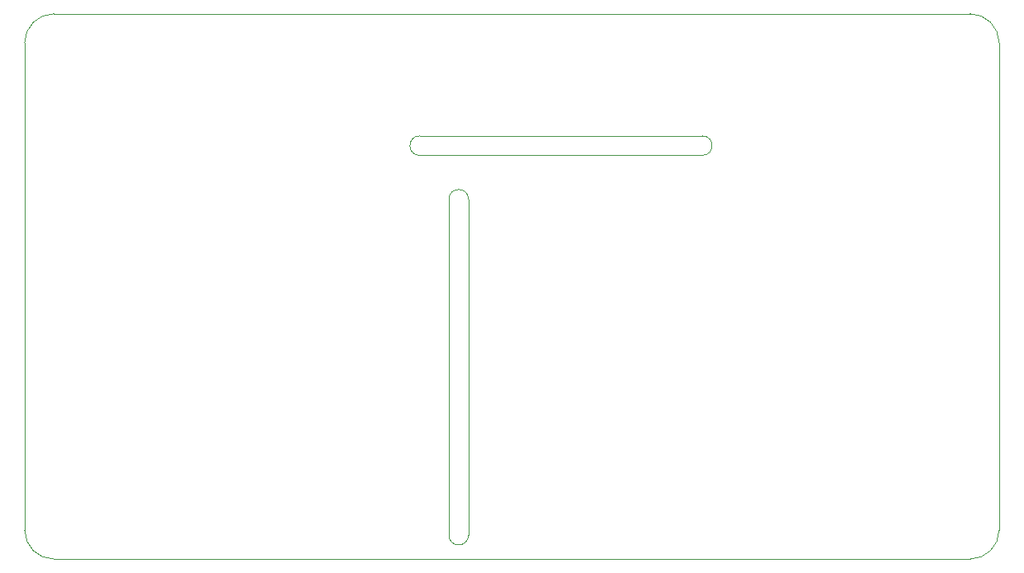
<source format=gbr>
%TF.GenerationSoftware,KiCad,Pcbnew,7.0.11-rc3*%
%TF.CreationDate,2025-03-16T23:31:10+08:00*%
%TF.ProjectId,TSAL,5453414c-2e6b-4696-9361-645f70636258,rev?*%
%TF.SameCoordinates,Original*%
%TF.FileFunction,Profile,NP*%
%FSLAX46Y46*%
G04 Gerber Fmt 4.6, Leading zero omitted, Abs format (unit mm)*
G04 Created by KiCad (PCBNEW 7.0.11-rc3) date 2025-03-16 23:31:10*
%MOMM*%
%LPD*%
G01*
G04 APERTURE LIST*
%TA.AperFunction,Profile*%
%ADD10C,0.050000*%
%TD*%
G04 APERTURE END LIST*
D10*
X66000000Y-30000000D02*
G75*
G03*
X63000000Y-33000000I0J-3000000D01*
G01*
X163000000Y-33000000D02*
G75*
G03*
X160000001Y-30000000I-3000000J0D01*
G01*
X103537500Y-42537500D02*
X132537500Y-42537500D01*
X106537500Y-83537500D02*
X106537500Y-49037500D01*
X63000000Y-33000000D02*
X63000000Y-83000000D01*
X66000000Y-86000000D02*
X160000001Y-86000000D01*
X132537500Y-44537500D02*
X103537500Y-44537500D01*
X106537500Y-83537500D02*
G75*
G03*
X108537500Y-83537500I1000000J0D01*
G01*
X103537500Y-42537500D02*
G75*
G03*
X103537500Y-44537500I0J-1000000D01*
G01*
X160000001Y-30000000D02*
X66000000Y-30000000D01*
X163000001Y-83000001D02*
X163000001Y-33000000D01*
X108537500Y-49037500D02*
G75*
G03*
X106537500Y-49037500I-1000000J0D01*
G01*
X108537500Y-49037500D02*
X108537500Y-83537500D01*
X132537500Y-44537500D02*
G75*
G03*
X132537500Y-42537500I0J1000000D01*
G01*
X160000001Y-86000001D02*
G75*
G03*
X163000001Y-83000001I-1J3000001D01*
G01*
X63000000Y-83000000D02*
G75*
G03*
X66000000Y-86000000I3000000J0D01*
G01*
M02*

</source>
